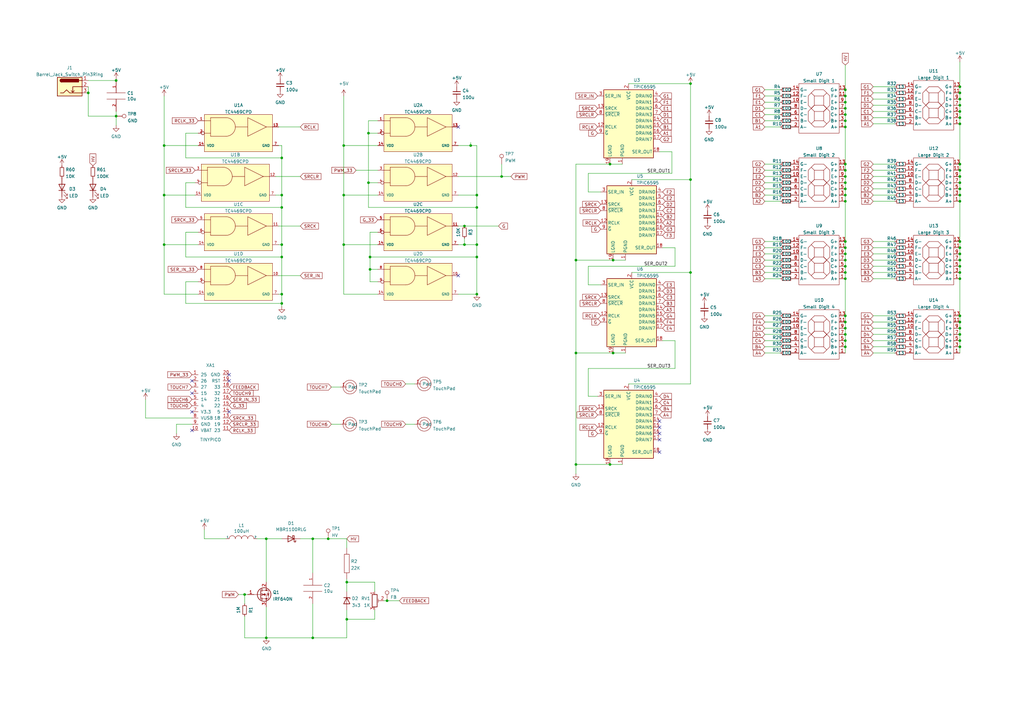
<source format=kicad_sch>
(kicad_sch (version 20211123) (generator eeschema)
  (paper "A3")
  (junction (at 346.71 77.47))
  (junction (at 346.71 52.07))
  (junction (at 195.58 80.01))
  (junction (at 346.71 82.55))
  (junction (at 393.7 48.26))
  (junction (at 47.625 47.625))
  (junction (at 193.04 59.69))
  (junction (at 393.7 50.8))
  (junction (at 109.22 261.62))
  (junction (at 115.57 124.46))
  (junction (at 346.71 46.99))
  (junction (at 236.22 144.78))
  (junction (at 393.7 129.54))
  (junction (at 346.71 36.83))
  (junction (at 393.7 77.47))
  (junction (at 346.71 106.68))
  (junction (at 283.21 73.66))
  (junction (at 283.21 34.29))
  (junction (at 393.7 104.14))
  (junction (at 115.57 85.09))
  (junction (at 393.7 82.55))
  (junction (at 393.7 132.08))
  (junction (at 190.5 92.71))
  (junction (at 236.22 106.68))
  (junction (at 140.97 100.33))
  (junction (at 346.71 80.01))
  (junction (at 47.625 33.02))
  (junction (at 393.7 111.76))
  (junction (at 346.71 111.76))
  (junction (at 393.7 43.18))
  (junction (at 346.71 44.45))
  (junction (at 36.195 38.1))
  (junction (at 393.7 142.24))
  (junction (at 346.71 129.54))
  (junction (at 393.7 38.1))
  (junction (at 115.57 100.33))
  (junction (at 393.7 74.93))
  (junction (at 134.62 220.98))
  (junction (at 393.7 35.56))
  (junction (at 67.31 59.69))
  (junction (at 346.71 114.3))
  (junction (at 195.58 105.41))
  (junction (at 283.21 111.76))
  (junction (at 346.71 67.31))
  (junction (at 393.7 40.64))
  (junction (at 115.57 120.65))
  (junction (at 346.71 99.06))
  (junction (at 195.58 85.09))
  (junction (at 142.24 254))
  (junction (at 346.71 101.6))
  (junction (at 158.75 246.38))
  (junction (at 346.71 39.37))
  (junction (at 67.31 100.33))
  (junction (at 236.22 190.5))
  (junction (at 251.46 106.68))
  (junction (at 393.7 134.62))
  (junction (at 346.71 104.14))
  (junction (at 250.19 67.31))
  (junction (at 393.7 109.22))
  (junction (at 100.33 243.84))
  (junction (at 195.58 120.65))
  (junction (at 346.71 109.22))
  (junction (at 393.7 137.16))
  (junction (at 346.71 132.08))
  (junction (at 393.7 139.7))
  (junction (at 393.7 72.39))
  (junction (at 140.97 59.69))
  (junction (at 195.58 100.33))
  (junction (at 393.7 114.3))
  (junction (at 115.57 80.01))
  (junction (at 151.13 74.93))
  (junction (at 251.46 144.78))
  (junction (at 393.7 69.85))
  (junction (at 346.71 142.24))
  (junction (at 109.22 220.98))
  (junction (at 393.7 106.68))
  (junction (at 346.71 139.7))
  (junction (at 393.7 99.06))
  (junction (at 115.57 105.41))
  (junction (at 393.7 45.72))
  (junction (at 142.24 238.76))
  (junction (at 346.71 72.39))
  (junction (at 151.13 54.61))
  (junction (at 190.5 100.33))
  (junction (at 346.71 41.91))
  (junction (at 140.97 80.01))
  (junction (at 151.765 105.41))
  (junction (at 250.19 190.5))
  (junction (at 346.71 49.53))
  (junction (at 128.27 261.62))
  (junction (at 346.71 134.62))
  (junction (at 393.7 101.6))
  (junction (at 128.27 220.98))
  (junction (at 346.71 137.16))
  (junction (at 346.71 69.85))
  (junction (at 346.71 74.93))
  (junction (at 67.31 80.01))
  (junction (at 151.765 110.49))
  (junction (at 115.57 64.77))
  (junction (at 393.7 67.31))
  (junction (at 393.7 80.01))
  (junction (at 205.74 72.39))
  (no_connect (at 78.74 168.91))
  (no_connect (at 187.96 113.03))
  (no_connect (at 187.96 52.07))
  (no_connect (at 78.74 161.29))
  (no_connect (at 78.74 176.53))
  (no_connect (at 78.74 156.21))
  (no_connect (at 93.98 168.91))
  (no_connect (at 93.98 156.21))
  (no_connect (at 93.98 153.67))
  (no_connect (at 270.51 172.72))
  (no_connect (at 270.51 175.26))
  (no_connect (at 270.51 185.42))
  (no_connect (at 270.51 177.8))
  (no_connect (at 270.51 180.34))
  (wire (pts (xy 393.7 109.22) (xy 393.7 111.76)))
  (wire (pts (xy 140.97 120.65) (xy 140.97 100.33)))
  (wire (pts (xy 76.2 115.57) (xy 76.2 124.46)))
  (wire (pts (xy 346.71 109.22) (xy 346.71 111.76)))
  (wire (pts (xy 313.69 80.01) (xy 320.04 80.01)))
  (wire (pts (xy 358.14 74.93) (xy 367.03 74.93)))
  (wire (pts (xy 59.69 171.45) (xy 59.69 163.83)))
  (wire (pts (xy 36.195 38.1) (xy 36.195 47.625)))
  (wire (pts (xy 346.71 72.39) (xy 346.71 74.93)))
  (wire (pts (xy 393.7 74.93) (xy 393.7 77.47)))
  (wire (pts (xy 154.94 100.33) (xy 140.97 100.33)))
  (wire (pts (xy 76.2 74.93) (xy 76.2 85.09)))
  (wire (pts (xy 393.7 67.31) (xy 393.7 69.85)))
  (wire (pts (xy 251.46 144.78) (xy 236.22 144.78)))
  (wire (pts (xy 346.71 111.76) (xy 346.71 114.3)))
  (wire (pts (xy 313.69 44.45) (xy 320.04 44.45)))
  (wire (pts (xy 154.94 120.65) (xy 140.97 120.65)))
  (wire (pts (xy 346.71 39.37) (xy 346.71 41.91)))
  (wire (pts (xy 346.71 26.67) (xy 346.71 36.83)))
  (wire (pts (xy 153.67 254) (xy 142.24 254)))
  (wire (pts (xy 59.69 171.45) (xy 78.74 171.45)))
  (wire (pts (xy 190.5 97.79) (xy 190.5 100.33)))
  (wire (pts (xy 257.81 157.48) (xy 283.21 157.48)))
  (wire (pts (xy 313.69 49.53) (xy 320.04 49.53)))
  (wire (pts (xy 358.14 132.08) (xy 367.03 132.08)))
  (wire (pts (xy 358.14 77.47) (xy 367.03 77.47)))
  (wire (pts (xy 346.71 36.83) (xy 346.71 39.37)))
  (wire (pts (xy 115.57 64.77) (xy 115.57 80.01)))
  (wire (pts (xy 393.7 101.6) (xy 393.7 104.14)))
  (wire (pts (xy 142.24 254) (xy 142.24 261.62)))
  (wire (pts (xy 166.37 157.48) (xy 170.18 157.48)))
  (wire (pts (xy 114.3 113.03) (xy 123.19 113.03)))
  (wire (pts (xy 358.14 144.78) (xy 367.03 144.78)))
  (wire (pts (xy 195.58 85.09) (xy 195.58 100.33)))
  (wire (pts (xy 153.67 242.57) (xy 153.67 238.76)))
  (wire (pts (xy 358.14 38.1) (xy 367.03 38.1)))
  (wire (pts (xy 358.14 104.14) (xy 367.03 104.14)))
  (wire (pts (xy 128.27 220.98) (xy 128.27 234.95)))
  (wire (pts (xy 81.28 120.65) (xy 67.31 120.65)))
  (wire (pts (xy 115.57 100.33) (xy 115.57 105.41)))
  (wire (pts (xy 346.71 46.99) (xy 346.71 49.53)))
  (wire (pts (xy 76.2 74.93) (xy 80.01 74.93)))
  (wire (pts (xy 153.67 238.76) (xy 142.24 238.76)))
  (wire (pts (xy 83.82 220.98) (xy 92.71 220.98)))
  (wire (pts (xy 313.69 82.55) (xy 320.04 82.55)))
  (wire (pts (xy 313.69 139.7) (xy 320.04 139.7)))
  (wire (pts (xy 346.71 139.7) (xy 346.71 142.24)))
  (wire (pts (xy 195.58 120.65) (xy 187.96 120.65)))
  (wire (pts (xy 346.71 52.07) (xy 346.71 67.31)))
  (wire (pts (xy 151.765 95.25) (xy 151.765 105.41)))
  (wire (pts (xy 81.28 115.57) (xy 76.2 115.57)))
  (wire (pts (xy 76.2 85.09) (xy 115.57 85.09)))
  (wire (pts (xy 251.46 106.68) (xy 256.54 106.68)))
  (wire (pts (xy 109.22 220.98) (xy 115.57 220.98)))
  (wire (pts (xy 358.14 106.68) (xy 367.03 106.68)))
  (wire (pts (xy 313.69 106.68) (xy 320.04 106.68)))
  (wire (pts (xy 109.22 248.92) (xy 109.22 261.62)))
  (wire (pts (xy 346.71 99.06) (xy 346.71 101.6)))
  (wire (pts (xy 393.7 40.64) (xy 393.7 43.18)))
  (wire (pts (xy 313.69 41.91) (xy 320.04 41.91)))
  (wire (pts (xy 187.96 59.69) (xy 193.04 59.69)))
  (wire (pts (xy 313.69 101.6) (xy 320.04 101.6)))
  (wire (pts (xy 81.28 54.61) (xy 76.2 54.61)))
  (wire (pts (xy 76.2 124.46) (xy 115.57 124.46)))
  (wire (pts (xy 358.14 101.6) (xy 367.03 101.6)))
  (wire (pts (xy 135.89 158.75) (xy 139.7 158.75)))
  (wire (pts (xy 100.33 252.73) (xy 100.33 261.62)))
  (wire (pts (xy 393.7 99.06) (xy 393.7 101.6)))
  (wire (pts (xy 241.3 71.12) (xy 241.3 78.74)))
  (wire (pts (xy 393.7 134.62) (xy 393.7 137.16)))
  (wire (pts (xy 271.78 139.7) (xy 276.86 139.7)))
  (wire (pts (xy 358.14 99.06) (xy 367.03 99.06)))
  (wire (pts (xy 140.97 59.69) (xy 154.94 59.69)))
  (wire (pts (xy 275.59 71.12) (xy 241.3 71.12)))
  (wire (pts (xy 151.765 105.41) (xy 151.765 110.49)))
  (wire (pts (xy 76.2 54.61) (xy 76.2 64.77)))
  (wire (pts (xy 313.69 77.47) (xy 320.04 77.47)))
  (wire (pts (xy 36.195 35.56) (xy 36.195 38.1)))
  (wire (pts (xy 205.74 72.39) (xy 209.55 72.39)))
  (wire (pts (xy 146.05 69.85) (xy 154.94 69.85)))
  (wire (pts (xy 346.71 114.3) (xy 346.71 129.54)))
  (wire (pts (xy 151.765 115.57) (xy 154.94 115.57)))
  (wire (pts (xy 313.69 39.37) (xy 320.04 39.37)))
  (wire (pts (xy 72.39 173.99) (xy 72.39 177.8)))
  (wire (pts (xy 241.3 116.84) (xy 246.38 116.84)))
  (wire (pts (xy 313.69 46.99) (xy 320.04 46.99)))
  (wire (pts (xy 67.31 59.69) (xy 67.31 80.01)))
  (wire (pts (xy 81.28 59.69) (xy 67.31 59.69)))
  (wire (pts (xy 346.71 74.93) (xy 346.71 77.47)))
  (wire (pts (xy 47.625 33.02) (xy 47.625 32.385)))
  (wire (pts (xy 115.57 120.65) (xy 115.57 124.46)))
  (wire (pts (xy 313.69 134.62) (xy 320.04 134.62)))
  (wire (pts (xy 193.04 58.42) (xy 193.04 59.69)))
  (wire (pts (xy 393.7 25.4) (xy 393.7 35.56)))
  (wire (pts (xy 257.81 34.29) (xy 283.21 34.29)))
  (wire (pts (xy 151.13 85.09) (xy 195.58 85.09)))
  (wire (pts (xy 393.7 82.55) (xy 393.7 99.06)))
  (wire (pts (xy 142.24 237.49) (xy 142.24 238.76)))
  (wire (pts (xy 346.71 132.08) (xy 346.71 134.62)))
  (wire (pts (xy 313.69 137.16) (xy 320.04 137.16)))
  (wire (pts (xy 81.28 100.33) (xy 67.31 100.33)))
  (wire (pts (xy 153.67 250.19) (xy 153.67 254)))
  (wire (pts (xy 76.2 105.41) (xy 115.57 105.41)))
  (wire (pts (xy 283.21 111.76) (xy 283.21 73.66)))
  (wire (pts (xy 313.69 69.85) (xy 320.04 69.85)))
  (wire (pts (xy 109.22 261.62) (xy 128.27 261.62)))
  (wire (pts (xy 393.7 142.24) (xy 393.7 144.78)))
  (wire (pts (xy 313.69 132.08) (xy 320.04 132.08)))
  (wire (pts (xy 140.97 80.01) (xy 140.97 59.69)))
  (wire (pts (xy 358.14 139.7) (xy 367.03 139.7)))
  (wire (pts (xy 205.74 67.31) (xy 205.74 72.39)))
  (wire (pts (xy 187.96 72.39) (xy 205.74 72.39)))
  (wire (pts (xy 358.14 142.24) (xy 367.03 142.24)))
  (wire (pts (xy 114.3 120.65) (xy 115.57 120.65)))
  (wire (pts (xy 393.7 80.01) (xy 393.7 82.55)))
  (wire (pts (xy 251.46 106.68) (xy 236.22 106.68)))
  (wire (pts (xy 236.22 67.31) (xy 236.22 106.68)))
  (wire (pts (xy 283.21 157.48) (xy 283.21 111.76)))
  (wire (pts (xy 115.57 80.01) (xy 115.57 85.09)))
  (wire (pts (xy 393.7 50.8) (xy 393.7 67.31)))
  (wire (pts (xy 241.3 151.13) (xy 241.3 162.56)))
  (wire (pts (xy 393.7 129.54) (xy 393.7 132.08)))
  (wire (pts (xy 313.69 74.93) (xy 320.04 74.93)))
  (wire (pts (xy 67.31 39.37) (xy 67.31 59.69)))
  (wire (pts (xy 241.3 78.74) (xy 246.38 78.74)))
  (wire (pts (xy 142.24 238.76) (xy 142.24 242.57)))
  (wire (pts (xy 241.3 109.22) (xy 241.3 116.84)))
  (wire (pts (xy 276.86 101.6) (xy 276.86 109.22)))
  (wire (pts (xy 47.625 45.72) (xy 47.625 47.625)))
  (wire (pts (xy 393.7 72.39) (xy 393.7 74.93)))
  (wire (pts (xy 193.04 59.69) (xy 195.58 59.69)))
  (wire (pts (xy 114.3 100.33) (xy 115.57 100.33)))
  (wire (pts (xy 346.71 106.68) (xy 346.71 109.22)))
  (wire (pts (xy 393.7 104.14) (xy 393.7 106.68)))
  (wire (pts (xy 195.58 80.01) (xy 195.58 85.09)))
  (wire (pts (xy 358.14 69.85) (xy 367.03 69.85)))
  (wire (pts (xy 358.14 48.26) (xy 367.03 48.26)))
  (wire (pts (xy 393.7 35.56) (xy 393.7 38.1)))
  (wire (pts (xy 276.86 139.7) (xy 276.86 151.13)))
  (wire (pts (xy 346.71 80.01) (xy 346.71 82.55)))
  (wire (pts (xy 276.86 109.22) (xy 241.3 109.22)))
  (wire (pts (xy 313.69 142.24) (xy 320.04 142.24)))
  (wire (pts (xy 142.24 220.98) (xy 134.62 220.98)))
  (wire (pts (xy 393.7 114.3) (xy 393.7 129.54)))
  (wire (pts (xy 76.2 95.25) (xy 76.2 105.41)))
  (wire (pts (xy 393.7 132.08) (xy 393.7 134.62)))
  (wire (pts (xy 250.19 67.31) (xy 255.27 67.31)))
  (wire (pts (xy 358.14 134.62) (xy 367.03 134.62)))
  (wire (pts (xy 128.27 261.62) (xy 142.24 261.62)))
  (wire (pts (xy 236.22 144.78) (xy 236.22 190.5)))
  (wire (pts (xy 151.765 110.49) (xy 154.94 110.49)))
  (wire (pts (xy 190.5 100.33) (xy 195.58 100.33)))
  (wire (pts (xy 195.58 59.69) (xy 195.58 80.01)))
  (wire (pts (xy 346.71 67.31) (xy 346.71 69.85)))
  (wire (pts (xy 67.31 120.65) (xy 67.31 100.33)))
  (wire (pts (xy 115.57 105.41) (xy 115.57 120.65)))
  (wire (pts (xy 313.69 144.78) (xy 320.04 144.78)))
  (wire (pts (xy 195.58 100.33) (xy 195.58 105.41)))
  (wire (pts (xy 393.7 43.18) (xy 393.7 45.72)))
  (wire (pts (xy 154.94 74.93) (xy 151.13 74.93)))
  (wire (pts (xy 236.22 190.5) (xy 250.19 190.5)))
  (wire (pts (xy 151.765 110.49) (xy 151.765 115.57)))
  (wire (pts (xy 358.14 72.39) (xy 367.03 72.39)))
  (wire (pts (xy 393.7 45.72) (xy 393.7 48.26)))
  (wire (pts (xy 114.3 59.69) (xy 115.57 59.69)))
  (wire (pts (xy 100.33 243.84) (xy 100.33 247.65)))
  (wire (pts (xy 270.51 62.23) (xy 275.59 62.23)))
  (wire (pts (xy 259.08 111.76) (xy 283.21 111.76)))
  (wire (pts (xy 358.14 114.3) (xy 367.03 114.3)))
  (wire (pts (xy 346.71 101.6) (xy 346.71 104.14)))
  (wire (pts (xy 36.195 33.02) (xy 47.625 33.02)))
  (wire (pts (xy 313.69 67.31) (xy 320.04 67.31)))
  (wire (pts (xy 114.3 52.07) (xy 123.19 52.07)))
  (wire (pts (xy 393.7 48.26) (xy 393.7 50.8)))
  (wire (pts (xy 109.22 220.98) (xy 109.22 238.76)))
  (wire (pts (xy 100.33 261.62) (xy 109.22 261.62)))
  (wire (pts (xy 393.7 111.76) (xy 393.7 114.3)))
  (wire (pts (xy 358.14 137.16) (xy 367.03 137.16)))
  (wire (pts (xy 83.82 217.17) (xy 83.82 220.98)))
  (wire (pts (xy 154.94 54.61) (xy 151.13 54.61)))
  (wire (pts (xy 97.79 243.84) (xy 100.33 243.84)))
  (wire (pts (xy 313.69 52.07) (xy 320.04 52.07)))
  (wire (pts (xy 135.89 173.99) (xy 139.7 173.99)))
  (wire (pts (xy 313.69 72.39) (xy 320.04 72.39)))
  (wire (pts (xy 154.94 49.53) (xy 151.13 49.53)))
  (wire (pts (xy 358.14 50.8) (xy 367.03 50.8)))
  (wire (pts (xy 346.71 129.54) (xy 346.71 132.08)))
  (wire (pts (xy 393.7 137.16) (xy 393.7 139.7)))
  (wire (pts (xy 190.5 92.71) (xy 204.47 92.71)))
  (wire (pts (xy 251.46 144.78) (xy 256.54 144.78)))
  (wire (pts (xy 151.13 54.61) (xy 151.13 74.93)))
  (wire (pts (xy 346.71 77.47) (xy 346.71 80.01)))
  (wire (pts (xy 76.2 64.77) (xy 115.57 64.77)))
  (wire (pts (xy 313.69 129.54) (xy 320.04 129.54)))
  (wire (pts (xy 113.03 72.39) (xy 123.19 72.39)))
  (wire (pts (xy 358.14 129.54) (xy 367.03 129.54)))
  (wire (pts (xy 187.96 80.01) (xy 195.58 80.01)))
  (wire (pts (xy 115.57 124.46) (xy 115.57 125.73)))
  (wire (pts (xy 128.27 247.65) (xy 128.27 261.62)))
  (wire (pts (xy 358.14 43.18) (xy 367.03 43.18)))
  (wire (pts (xy 151.13 49.53) (xy 151.13 54.61)))
  (wire (pts (xy 250.19 67.31) (xy 236.22 67.31)))
  (wire (pts (xy 166.37 173.99) (xy 170.18 173.99)))
  (wire (pts (xy 250.19 190.5) (xy 255.27 190.5)))
  (wire (pts (xy 393.7 38.1) (xy 393.7 40.64)))
  (wire (pts (xy 271.78 101.6) (xy 276.86 101.6)))
  (wire (pts (xy 115.57 59.69) (xy 115.57 64.77)))
  (wire (pts (xy 313.69 109.22) (xy 320.04 109.22)))
  (wire (pts (xy 36.195 47.625) (xy 47.625 47.625)))
  (wire (pts (xy 346.71 82.55) (xy 346.71 99.06)))
  (wire (pts (xy 313.69 104.14) (xy 320.04 104.14)))
  (wire (pts (xy 158.75 246.38) (xy 163.83 246.38)))
  (wire (pts (xy 113.03 80.01) (xy 115.57 80.01)))
  (wire (pts (xy 393.7 139.7) (xy 393.7 142.24)))
  (wire (pts (xy 346.71 49.53) (xy 346.71 52.07)))
  (wire (pts (xy 134.62 220.98) (xy 128.27 220.98)))
  (wire (pts (xy 78.74 173.99) (xy 72.39 173.99)))
  (wire (pts (xy 393.7 69.85) (xy 393.7 72.39)))
  (wire (pts (xy 140.97 100.33) (xy 140.97 80.01)))
  (wire (pts (xy 346.71 142.24) (xy 346.71 144.78)))
  (wire (pts (xy 346.71 44.45) (xy 346.71 46.99)))
  (wire (pts (xy 358.14 111.76) (xy 367.03 111.76)))
  (wire (pts (xy 157.48 246.38) (xy 158.75 246.38)))
  (wire (pts (xy 195.58 105.41) (xy 195.58 120.65)))
  (wire (pts (xy 187.96 100.33) (xy 190.5 100.33)))
  (wire (pts (xy 67.31 80.01) (xy 80.01 80.01)))
  (wire (pts (xy 236.22 106.68) (xy 236.22 144.78)))
  (wire (pts (xy 123.19 220.98) (xy 128.27 220.98)))
  (wire (pts (xy 358.14 67.31) (xy 367.03 67.31)))
  (wire (pts (xy 313.69 99.06) (xy 320.04 99.06)))
  (wire (pts (xy 187.96 92.71) (xy 190.5 92.71)))
  (wire (pts (xy 346.71 41.91) (xy 346.71 44.45)))
  (wire (pts (xy 393.7 106.68) (xy 393.7 109.22)))
  (wire (pts (xy 259.08 73.66) (xy 283.21 73.66)))
  (wire (pts (xy 154.94 80.01) (xy 140.97 80.01)))
  (wire (pts (xy 276.86 151.13) (xy 241.3 151.13)))
  (wire (pts (xy 358.14 35.56) (xy 367.03 35.56)))
  (wire (pts (xy 142.24 220.98) (xy 142.24 224.79)))
  (wire (pts (xy 346.71 69.85) (xy 346.71 72.39)))
  (wire (pts (xy 140.97 59.69) (xy 140.97 39.37)))
  (wire (pts (xy 358.14 40.64) (xy 367.03 40.64)))
  (wire (pts (xy 151.765 105.41) (xy 195.58 105.41)))
  (wire (pts (xy 346.71 134.62) (xy 346.71 137.16)))
  (wire (pts (xy 81.28 95.25) (xy 76.2 95.25)))
  (wire (pts (xy 100.33 243.84) (xy 101.6 243.84)))
  (wire (pts (xy 313.69 36.83) (xy 320.04 36.83)))
  (wire (pts (xy 47.625 47.625) (xy 47.625 51.435)))
  (wire (pts (xy 105.41 220.98) (xy 109.22 220.98)))
  (wire (pts (xy 358.14 82.55) (xy 367.03 82.55)))
  (wire (pts (xy 236.22 194.31) (xy 236.22 190.5)))
  (wire (pts (xy 313.69 114.3) (xy 320.04 114.3)))
  (wire (pts (xy 67.31 80.01) (xy 67.31 100.33)))
  (wire (pts (xy 346.71 137.16) (xy 346.71 139.7)))
  (wire (pts (xy 151.765 95.25) (xy 154.94 95.25)))
  (wire (pts (xy 275.59 62.23) (xy 275.59 71.12)))
  (wire (pts (xy 393.7 77.47) (xy 393.7 80.01)))
  (wire (pts (xy 358.14 109.22) (xy 367.03 109.22)))
  (wire (pts (xy 313.69 111.76) (xy 320.04 111.76)))
  (wire (pts (xy 115.57 85.09) (xy 115.57 100.33)))
  (wire (pts (xy 142.24 250.19) (xy 142.24 254)))
  (wire (pts (xy 358.14 45.72) (xy 367.03 45.72)))
  (wire (pts (xy 358.14 80.01) (xy 367.03 80.01)))
  (wire (pts (xy 346.71 104.14) (xy 346.71 106.68)))
  (wire (pts (xy 283.21 73.66) (xy 283.21 34.29)))
  (wire (pts (xy 114.3 92.71) (xy 123.19 92.71)))
  (wire (pts (xy 151.13 74.93) (xy 151.13 85.09)))
  (wire (pts (xy 241.3 162.56) (xy 245.11 162.56)))
  (label "SER_OUT1" (at 265.43 71.12 0))
  (label "SER_OUT3" (at 265.43 151.13 0))
  (label "SER_OUT2" (at 264.16 109.22 0))
  (global_label "A1" (shape input) (at 270.51 54.61 0) (property "Intersheet References" "${INTERSHEET_REFS}" (effects hide)))
  (global_label "RCLK_33" (shape input) (at 81.28 49.53 180) (property "Intersheet References" "${INTERSHEET_REFS}" (effects hide)))
  (global_label "E3" (shape input) (at 358.14 104.14 180) (property "Intersheet References" "${INTERSHEET_REFS}" (effects hide)))
  (global_label "HV" (shape input) (at 38.1 67.945 90) (property "Intersheet References" "${INTERSHEET_REFS}" (effects hide)))
  (global_label "SRCK" (shape input) (at 246.38 83.82 180) (property "Intersheet References" "${INTERSHEET_REFS}" (effects hide)))
  (global_label "B2" (shape input) (at 358.14 80.01 180) (property "Intersheet References" "${INTERSHEET_REFS}" (effects hide)))
  (global_label "SRCLR" (shape input) (at 123.19 72.39 0) (property "Intersheet References" "${INTERSHEET_REFS}" (effects hide)))
  (global_label "G4" (shape input) (at 358.14 129.54 180) (property "Intersheet References" "${INTERSHEET_REFS}" (effects hide)))
  (global_label "A3" (shape input) (at 358.14 114.3 180) (property "Intersheet References" "${INTERSHEET_REFS}" (effects hide)))
  (global_label "G" (shape input) (at 245.11 54.61 180) (property "Intersheet References" "${INTERSHEET_REFS}" (effects hide)))
  (global_label "A3" (shape input) (at 271.78 127 0) (property "Intersheet References" "${INTERSHEET_REFS}" (effects hide)))
  (global_label "B2" (shape input) (at 313.69 80.01 180) (property "Intersheet References" "${INTERSHEET_REFS}" (effects hide)))
  (global_label "C3" (shape input) (at 271.78 121.92 0) (property "Intersheet References" "${INTERSHEET_REFS}" (effects hide)))
  (global_label "E1" (shape input) (at 313.69 41.91 180) (property "Intersheet References" "${INTERSHEET_REFS}" (effects hide)))
  (global_label "C4" (shape input) (at 358.14 139.7 180) (property "Intersheet References" "${INTERSHEET_REFS}" (effects hide)))
  (global_label "F2" (shape input) (at 271.78 78.74 0) (property "Intersheet References" "${INTERSHEET_REFS}" (effects hide)))
  (global_label "B4" (shape input) (at 358.14 142.24 180) (property "Intersheet References" "${INTERSHEET_REFS}" (effects hide)))
  (global_label "RCLK" (shape input) (at 246.38 129.54 180) (property "Intersheet References" "${INTERSHEET_REFS}" (effects hide)))
  (global_label "F1" (shape input) (at 358.14 38.1 180) (property "Intersheet References" "${INTERSHEET_REFS}" (effects hide)))
  (global_label "D1" (shape input) (at 358.14 43.18 180) (property "Intersheet References" "${INTERSHEET_REFS}" (effects hide)))
  (global_label "E3" (shape input) (at 313.69 104.14 180) (property "Intersheet References" "${INTERSHEET_REFS}" (effects hide)))
  (global_label "E4" (shape input) (at 358.14 134.62 180) (property "Intersheet References" "${INTERSHEET_REFS}" (effects hide)))
  (global_label "E1" (shape input) (at 358.14 40.64 180) (property "Intersheet References" "${INTERSHEET_REFS}" (effects hide)))
  (global_label "G3" (shape input) (at 313.69 99.06 180) (property "Intersheet References" "${INTERSHEET_REFS}" (effects hide)))
  (global_label "TOUCH7" (shape input) (at 78.74 158.75 180) (property "Intersheet References" "${INTERSHEET_REFS}" (effects hide)))
  (global_label "SER_IN_33" (shape input) (at 93.98 163.83 0) (property "Intersheet References" "${INTERSHEET_REFS}" (effects hide)))
  (global_label "G" (shape input) (at 245.11 177.8 180) (property "Intersheet References" "${INTERSHEET_REFS}" (effects hide)))
  (global_label "SRCK_33" (shape input) (at 93.98 171.45 0) (property "Intersheet References" "${INTERSHEET_REFS}" (effects hide)))
  (global_label "C1" (shape input) (at 270.51 49.53 0) (property "Intersheet References" "${INTERSHEET_REFS}" (effects hide)))
  (global_label "G_33" (shape input) (at 93.98 166.37 0) (property "Intersheet References" "${INTERSHEET_REFS}" (effects hide)))
  (global_label "SRCLR" (shape input) (at 246.38 86.36 180) (property "Intersheet References" "${INTERSHEET_REFS}" (effects hide)))
  (global_label "A2" (shape input) (at 313.69 82.55 180) (property "Intersheet References" "${INTERSHEET_REFS}" (effects hide)))
  (global_label "A2" (shape input) (at 358.14 82.55 180) (property "Intersheet References" "${INTERSHEET_REFS}" (effects hide)))
  (global_label "E1" (shape input) (at 270.51 44.45 0) (property "Intersheet References" "${INTERSHEET_REFS}" (effects hide)))
  (global_label "C4" (shape input) (at 313.69 139.7 180) (property "Intersheet References" "${INTERSHEET_REFS}" (effects hide)))
  (global_label "C3" (shape input) (at 313.69 109.22 180) (property "Intersheet References" "${INTERSHEET_REFS}" (effects hide)))
  (global_label "F3" (shape input) (at 271.78 96.52 0) (property "Intersheet References" "${INTERSHEET_REFS}" (effects hide)))
  (global_label "RCLK" (shape input) (at 123.19 52.07 0) (property "Intersheet References" "${INTERSHEET_REFS}" (effects hide)))
  (global_label "D2" (shape input) (at 358.14 74.93 180) (property "Intersheet References" "${INTERSHEET_REFS}" (effects hide)))
  (global_label "B3" (shape input) (at 271.78 124.46 0) (property "Intersheet References" "${INTERSHEET_REFS}" (effects hide)))
  (global_label "E2" (shape input) (at 271.78 81.28 0) (property "Intersheet References" "${INTERSHEET_REFS}" (effects hide)))
  (global_label "E2" (shape input) (at 313.69 72.39 180) (property "Intersheet References" "${INTERSHEET_REFS}" (effects hide)))
  (global_label "PWM" (shape input) (at 209.55 72.39 0) (property "Intersheet References" "${INTERSHEET_REFS}" (effects hide)))
  (global_label "B4" (shape input) (at 313.69 142.24 180) (property "Intersheet References" "${INTERSHEET_REFS}" (effects hide)))
  (global_label "E2" (shape input) (at 358.14 72.39 180) (property "Intersheet References" "${INTERSHEET_REFS}" (effects hide)))
  (global_label "F2" (shape input) (at 358.14 69.85 180) (property "Intersheet References" "${INTERSHEET_REFS}" (effects hide)))
  (global_label "F1" (shape input) (at 313.69 39.37 180) (property "Intersheet References" "${INTERSHEET_REFS}" (effects hide)))
  (global_label "C3" (shape input) (at 358.14 109.22 180) (property "Intersheet References" "${INTERSHEET_REFS}" (effects hide)))
  (global_label "B2" (shape input) (at 271.78 88.9 0) (property "Intersheet References" "${INTERSHEET_REFS}" (effects hide)))
  (global_label "G4" (shape input) (at 313.69 129.54 180) (property "Intersheet References" "${INTERSHEET_REFS}" (effects hide)))
  (global_label "SRCK_33" (shape input) (at 81.28 90.17 180) (property "Intersheet References" "${INTERSHEET_REFS}" (effects hide)))
  (global_label "SRCLR_33" (shape input) (at 80.01 69.85 180) (property "Intersheet References" "${INTERSHEET_REFS}" (effects hide)))
  (global_label "SRCLR" (shape input) (at 246.38 124.46 180) (property "Intersheet References" "${INTERSHEET_REFS}" (effects hide)))
  (global_label "G1" (shape input) (at 358.14 35.56 180) (property "Intersheet References" "${INTERSHEET_REFS}" (effects hide)))
  (global_label "RCLK_33" (shape input) (at 93.98 176.53 0) (property "Intersheet References" "${INTERSHEET_REFS}" (effects hide)))
  (global_label "D3" (shape input) (at 313.69 106.68 180) (property "Intersheet References" "${INTERSHEET_REFS}" (effects hide)))
  (global_label "G1" (shape input) (at 270.51 39.37 0) (property "Intersheet References" "${INTERSHEET_REFS}" (effects hide)))
  (global_label "D4" (shape input) (at 313.69 137.16 180) (property "Intersheet References" "${INTERSHEET_REFS}" (effects hide)))
  (global_label "C2" (shape input) (at 313.69 77.47 180) (property "Intersheet References" "${INTERSHEET_REFS}" (effects hide)))
  (global_label "G2" (shape input) (at 270.51 57.15 0) (property "Intersheet References" "${INTERSHEET_REFS}" (effects hide)))
  (global_label "B3" (shape input) (at 358.14 111.76 180) (property "Intersheet References" "${INTERSHEET_REFS}" (effects hide)))
  (global_label "A4" (shape input) (at 270.51 170.18 0) (property "Intersheet References" "${INTERSHEET_REFS}" (effects hide)))
  (global_label "G" (shape input) (at 204.47 92.71 0) (property "Intersheet References" "${INTERSHEET_REFS}" (effects hide)))
  (global_label "B4" (shape input) (at 270.51 167.64 0) (property "Intersheet References" "${INTERSHEET_REFS}" (effects hide)))
  (global_label "D1" (shape input) (at 270.51 46.99 0) (property "Intersheet References" "${INTERSHEET_REFS}" (effects hide)))
  (global_label "TOUCH9" (shape input) (at 166.37 173.99 180) (property "Intersheet References" "${INTERSHEET_REFS}" (effects hide)))
  (global_label "FEEDBACK" (shape input) (at 93.98 158.75 0) (property "Intersheet References" "${INTERSHEET_REFS}" (effects hide)))
  (global_label "C1" (shape input) (at 358.14 45.72 180) (property "Intersheet References" "${INTERSHEET_REFS}" (effects hide)))
  (global_label "C2" (shape input) (at 271.78 86.36 0) (property "Intersheet References" "${INTERSHEET_REFS}" (effects hide)))
  (global_label "D1" (shape input) (at 313.69 44.45 180) (property "Intersheet References" "${INTERSHEET_REFS}" (effects hide)))
  (global_label "SRCK" (shape input) (at 246.38 121.92 180) (property "Intersheet References" "${INTERSHEET_REFS}" (effects hide)))
  (global_label "A3" (shape input) (at 313.69 114.3 180) (property "Intersheet References" "${INTERSHEET_REFS}" (effects hide)))
  (global_label "A1" (shape input) (at 358.14 50.8 180) (property "Intersheet References" "${INTERSHEET_REFS}" (effects hide)))
  (global_label "G4" (shape input) (at 271.78 129.54 0) (property "Intersheet References" "${INTERSHEET_REFS}" (effects hide)))
  (global_label "D3" (shape input) (at 358.14 106.68 180) (property "Intersheet References" "${INTERSHEET_REFS}" (effects hide)))
  (global_label "G2" (shape input) (at 358.14 67.31 180) (property "Intersheet References" "${INTERSHEET_REFS}" (effects hide)))
  (global_label "F4" (shape input) (at 271.78 132.08 0) (property "Intersheet References" "${INTERSHEET_REFS}" (effects hide)))
  (global_label "B3" (shape input) (at 313.69 111.76 180) (property "Intersheet References" "${INTERSHEET_REFS}" (effects hide)))
  (global_label "F2" (shape input) (at 313.69 69.85 180) (property "Intersheet References" "${INTERSHEET_REFS}" (effects hide)))
  (global_label "C4" (shape input) (at 270.51 165.1 0) (property "Intersheet References" "${INTERSHEET_REFS}" (effects hide)))
  (global_label "D2" (shape input) (at 313.69 74.93 180) (property "Intersheet References" "${INTERSHEET_REFS}" (effects hide)))
  (global_label "D2" (shape input) (at 271.78 83.82 0) (property "Intersheet References" "${INTERSHEET_REFS}" (effects hide)))
  (global_label "TOUCH6" (shape input) (at 78.74 163.83 180) (property "Intersheet References" "${INTERSHEET_REFS}" (effects hide)))
  (global_label "PWM" (shape input) (at 97.79 243.84 180) (property "Intersheet References" "${INTERSHEET_REFS}" (effects hide)))
  (global_label "SRCLR" (shape input) (at 245.11 170.18 180) (property "Intersheet References" "${INTERSHEET_REFS}" (effects hide)))
  (global_label "C2" (shape input) (at 358.14 77.47 180) (property "Intersheet References" "${INTERSHEET_REFS}" (effects hide)))
  (global_label "A2" (shape input) (at 271.78 91.44 0) (property "Intersheet References" "${INTERSHEET_REFS}" (effects hide)))
  (global_label "RCLK" (shape input) (at 246.38 91.44 180) (property "Intersheet References" "${INTERSHEET_REFS}" (effects hide)))
  (global_label "A1" (shape input) (at 313.69 52.07 180) (property "Intersheet References" "${INTERSHEET_REFS}" (effects hide)))
  (global_label "FEEDBACK" (shape input) (at 163.83 246.38 0) (property "Intersheet References" "${INTERSHEET_REFS}" (effects hide)))
  (global_label "HV" (shape input) (at 346.71 26.67 90) (property "Intersheet References" "${INTERSHEET_REFS}" (effects hide)))
  (global_label "SER_IN" (shape input) (at 245.11 39.37 180) (property "Intersheet References" "${INTERSHEET_REFS}" (effects hide)))
  (global_label "G3" (shape input) (at 271.78 93.98 0) (property "Intersheet References" "${INTERSHEET_REFS}" (effects hide)))
  (global_label "E3" (shape input) (at 271.78 116.84 0) (property "Intersheet References" "${INTERSHEET_REFS}" (effects hide)))
  (global_label "D3" (shape input) (at 271.78 119.38 0) (property "Intersheet References" "${INTERSHEET_REFS}" (effects hide)))
  (global_label "D4" (shape input) (at 358.14 137.16 180) (property "Intersheet References" "${INTERSHEET_REFS}" (effects hide)))
  (global_label "E4" (shape input) (at 271.78 134.62 0) (property "Intersheet References" "${INTERSHEET_REFS}" (effects hide)))
  (global_label "G1" (shape input) (at 313.69 36.83 180) (property "Intersheet References" "${INTERSHEET_REFS}" (effects hide)))
  (global_label "TOUCH6" (shape input) (at 135.89 173.99 180) (property "Intersheet References" "${INTERSHEET_REFS}" (effects hide)))
  (global_label "B1" (shape input) (at 358.14 48.26 180) (property "Intersheet References" "${INTERSHEET_REFS}" (effects hide)))
  (global_label "RCLK" (shape input) (at 245.11 175.26 180) (property "Intersheet References" "${INTERSHEET_REFS}" (effects hide)))
  (global_label "HV" (shape input) (at 142.24 220.98 0) (property "Intersheet References" "${INTERSHEET_REFS}" (effects hide)))
  (global_label "TOUCH0" (shape input) (at 78.74 166.37 180) (property "Intersheet References" "${INTERSHEET_REFS}" (effects hide)))
  (global_label "D4" (shape input) (at 270.51 162.56 0) (property "Intersheet References" "${INTERSHEET_REFS}" (effects hide)))
  (global_label "G" (shape input) (at 246.38 93.98 180) (property "Intersheet References" "${INTERSHEET_REFS}" (effects hide)))
  (global_label "PWM_33" (shape input) (at 146.05 69.85 180) (property "Intersheet References" "${INTERSHEET_REFS}" (effects hide)))
  (global_label "PWM_33" (shape input) (at 78.74 153.67 180) (property "Intersheet References" "${INTERSHEET_REFS}" (effects hide)))
  (global_label "G_33" (shape input) (at 154.94 90.17 180) (property "Intersheet References" "${INTERSHEET_REFS}" (effects hide)))
  (global_label "F1" (shape input) (at 270.51 41.91 0) (property "Intersheet References" "${INTERSHEET_REFS}" (effects hide)))
  (global_label "A4" (shape input) (at 313.69 144.78 180) (property "Intersheet References" "${INTERSHEET_REFS}" (effects hide)))
  (global_label "SRCK" (shape input) (at 245.11 167.64 180) (property "Intersheet References" "${INTERSHEET_REFS}" (effects hide)))
  (global_label "A4" (shape input) (at 358.14 144.78 180) (property "Intersheet References" "${INTERSHEET_REFS}" (effects hide)))
  (global_label "E4" (shape input) (at 313.69 134.62 180) (property "Intersheet References" "${INTERSHEET_REFS}" (effects hide)))
  (global_label "G" (shape input) (at 246.38 132.08 180) (property "Intersheet References" "${INTERSHEET_REFS}" (effects hide)))
  (global_label "G2" (shape input) (at 313.69 67.31 180) (property "Intersheet References" "${INTERSHEET_REFS}" (effects hide)))
  (global_label "SRCK" (shape input) (at 123.19 92.71 0) (property "Intersheet References" "${INTERSHEET_REFS}" (effects hide)))
  (global_label "SER_IN" (shape input) (at 123.19 113.03 0) (property "Intersheet References" "${INTERSHEET_REFS}" (effects hide)))
  (global_label "B1" (shape input) (at 270.51 52.07 0) (property "Intersheet References" "${INTERSHEET_REFS}" (effects hide)))
  (global_label "B1" (shape input) (at 313.69 49.53 180) (property "Intersheet References" "${INTERSHEET_REFS}" (effects hide)))
  (global_label "SRCLR" (shape input) (at 245.11 46.99 180) (property "Intersheet References" "${INTERSHEET_REFS}" (effects hide)))
  (global_label "SRCK" (shape input) (at 245.11 44.45 180) (property "Intersheet References" "${INTERSHEET_REFS}" (effects hide)))
  (global_label "F4" (shape input) (at 313.69 132.08 180) (property "Intersheet References" "${INTERSHEET_REFS}" (effects hide)))
  (global_label "F4" (shape input) (at 358.14 132.08 180) (property "Intersheet References" "${INTERSHEET_REFS}" (effects hide)))
  (global_label "SER_IN_33" (shape input) (at 81.28 110.49 180) (property "Intersheet References" "${INTERSHEET_REFS}" (effects hide)))
  (global_label "F3" (shape input) (at 358.14 101.6 180) (property "Intersheet References" "${INTERSHEET_REFS}" (effects hide)))
  (global_label "TOUCH9" (shape input) (at 93.98 161.29 0) (property "Intersheet References" "${INTERSHEET_REFS}" (effects hide)))
  (global_label "TOUCH0" (shape input) (at 166.37 157.48 180) (property "Intersheet References" "${INTERSHEET_REFS}" (effects hide)))
  (global_label "RCLK" (shape input) (at 245.11 52.07 180) (property "Intersheet References" "${INTERSHEET_REFS}" (effects hide)))
  (global_label "G3" (shape input) (at 358.14 99.06 180) (property "Intersheet References" "${INTERSHEET_REFS}" (effects hide)))
  (global_label "TOUCH7" (shape input) (at 135.89 158.75 180) (property "Intersheet References" "${INTERSHEET_REFS}" (effects hide)))
  (global_label "C1" (shape input) (at 313.69 46.99 180) (property "Intersheet References" "${INTERSHEET_REFS}" (effects hide)))
  (global_label "SRCLR_33" (shape input) (at 93.98 173.99 0) (property "Intersheet References" "${INTERSHEET_REFS}" (effects hide)))
  (global_label "F3" (shape input) (at 313.69 101.6 180) (property "Intersheet References" "${INTERSHEET_REFS}" (effects hide)))
  (symbol (lib_id "Device:R_Small") (at 322.58 74.93 270) (unit 1)
    (property "Reference" "R14" (at 318.77 73.66 90))
    (property "Value" "100" (at 322.58 74.93 90))
    (property "Footprint" "Resistor_THT:R_Axial_DIN0207_L6.3mm_D2.5mm_P5.08mm_Vertical" (effects hide))
  )
  (symbol (lib_id "Device:R_Small") (at 322.58 139.7 270) (unit 1)
    (property "Reference" "R29" (at 318.77 138.43 90))
    (property "Value" "100" (at 322.58 139.7 90))
    (property "Footprint" "Resistor_THT:R_Axial_DIN0207_L6.3mm_D2.5mm_P5.08mm_Vertical" (effects hide))
  )
  (symbol (lib_id "LED_Filaments:Seven_Segment") (at 336.55 137.16 180) (unit 1) (in_bom no)
    (property "Reference" "U10" (at 335.915 123.0843 0))
    (property "Value" "Small Digit 4" (at 335.915 125.8594 0))
    (property "Footprint" "LED_Filaments:Segen_Segment_41mm" (effects hide))
  )
  (symbol (lib_id "Device:R_Small") (at 322.58 77.47 270) (unit 1)
    (property "Reference" "R15" (at 318.77 76.2 90))
    (property "Value" "100" (at 322.58 77.47 90))
    (property "Footprint" "Resistor_THT:R_Axial_DIN0207_L6.3mm_D2.5mm_P5.08mm_Vertical" (effects hide))
  )
  (symbol (lib_id "Device:R_Small") (at 322.58 39.37 270) (unit 1)
    (property "Reference" "R5" (at 318.77 38.1 90))
    (property "Value" "100" (at 322.58 39.37 90))
    (property "Footprint" "Resistor_THT:R_Axial_DIN0207_L6.3mm_D2.5mm_P5.08mm_Vertical" (effects hide))
  )
  (symbol (lib_id "power:+5V") (at 25.4 67.945 0) (unit 1)
    (property "Reference" "#PWR026" (effects hide))
    (property "Value" "+5V" (at 25.4 64.3405 0))
  )
  (symbol (lib_id "Device:R_Small") (at 369.57 109.22 270) (unit 1)
    (property "Reference" "R50" (at 365.76 107.95 90))
    (property "Value" "13" (at 369.57 109.22 90))
    (property "Footprint" "Resistor_THT:R_Axial_DIN0207_L6.3mm_D2.5mm_P5.08mm_Vertical" (effects hide))
  )
  (symbol (lib_id "Device:R_Small") (at 322.58 46.99 270) (unit 1)
    (property "Reference" "R8" (at 318.77 45.72 90))
    (property "Value" "100" (at 322.58 46.99 90))
    (property "Footprint" "Resistor_THT:R_Axial_DIN0207_L6.3mm_D2.5mm_P5.08mm_Vertical" (effects hide))
  )
  (symbol (lib_id "touch_pad:TouchPad") (at 173.99 157.48 0) (unit 1)
    (property "Reference" "TP5" (at 177.541 156.5715 0) (effects (justify left)))
    (property "Value" "TouchPad" (at 177.541 159.3466 0) (effects (justify left)))
    (property "Footprint" "TouchPads:TouchPad1" (effects hide))
  )
  (symbol (lib_id "Device:R_Small") (at 369.57 35.56 270) (unit 1)
    (property "Reference" "R32" (at 365.76 34.29 90))
    (property "Value" "13" (at 369.57 35.56 90))
    (property "Footprint" "Resistor_THT:R_Axial_DIN0207_L6.3mm_D2.5mm_P5.08mm_Vertical" (effects hide))
  )
  (symbol (lib_id "power:+5V") (at 290.195 86.36 0) (unit 1)
    (property "Reference" "#PWR020" (effects hide))
    (property "Value" "+5V" (at 290.195 82.7555 0))
  )
  (symbol (lib_id "Device:R_Small") (at 369.57 40.64 270) (unit 1)
    (property "Reference" "R34" (at 365.76 39.37 90))
    (property "Value" "13" (at 369.57 40.64 90))
    (property "Footprint" "Resistor_THT:R_Axial_DIN0207_L6.3mm_D2.5mm_P5.08mm_Vertical" (effects hide))
  )
  (symbol (lib_id "Device:R_Small") (at 322.58 49.53 270) (unit 1)
    (property "Reference" "R9" (at 318.77 48.26 90))
    (property "Value" "100" (at 322.58 49.53 90))
    (property "Footprint" "Resistor_THT:R_Axial_DIN0207_L6.3mm_D2.5mm_P5.08mm_Vertical" (effects hide))
  )
  (symbol (lib_id "TinyPIco:TINYPICO") (at 78.74 153.67 0) (unit 1)
    (property "Reference" "XA1" (at 86.36 149.8305 0))
    (property "Value" "TINYPICO" (at 86.36 180.34 0))
    (property "Footprint" "TinyPICO:TINYPICO" (effects hide))
  )
  (symbol (lib_id "Device:R_Small") (at 369.57 67.31 270) (unit 1)
    (property "Reference" "R39" (at 365.76 66.04 90))
    (property "Value" "13" (at 369.57 67.31 90))
    (property "Footprint" "Resistor_THT:R_Axial_DIN0207_L6.3mm_D2.5mm_P5.08mm_Vertical" (effects hide))
  )
  (symbol (lib_id "power:GND") (at 114.935 37.465 0) (unit 1)
    (property "Reference" "#PWR015" (effects hide))
    (property "Value" "GND" (at 114.935 42.0275 0))
  )
  (symbol (lib_id "Device:R_Small") (at 369.57 77.47 270) (unit 1)
    (property "Reference" "R43" (at 365.76 76.2 90))
    (property "Value" "13" (at 369.57 77.47 90))
    (property "Footprint" "Resistor_THT:R_Axial_DIN0207_L6.3mm_D2.5mm_P5.08mm_Vertical" (effects hide))
  )
  (symbol (lib_id "Device:R_Small") (at 100.33 250.19 0) (unit 1)
    (property "Reference" "R1" (at 102.87 250.19 90))
    (property "Value" "1M" (at 97.79 250.19 90))
    (property "Footprint" "Resistor_SMD:R_0603_1608Metric_Pad0.98x0.95mm_HandSolder" (effects hide))
  )
  (symbol (lib_id "Device:C_Small") (at 290.195 173.355 0) (unit 1)
    (property "Reference" "C7" (at 292.5191 172.4528 0) (effects (justify left)))
    (property "Value" "100u" (at 292.5191 175.2279 0) (effects (justify left)))
    (property "Footprint" "Capacitor_SMD:C_0603_1608Metric_Pad1.08x0.95mm_HandSolder" (effects hide))
  )
  (symbol (lib_id "Device:R_Small") (at 369.57 38.1 270) (unit 1)
    (property "Reference" "R33" (at 365.76 36.83 90))
    (property "Value" "13" (at 369.57 38.1 90))
    (property "Footprint" "Resistor_THT:R_Axial_DIN0207_L6.3mm_D2.5mm_P5.08mm_Vertical" (effects hide))
  )
  (symbol (lib_id "Device:R_Small") (at 322.58 67.31 270) (unit 1)
    (property "Reference" "R11" (at 318.77 66.04 90))
    (property "Value" "100" (at 322.58 67.31 90))
    (property "Footprint" "Resistor_THT:R_Axial_DIN0207_L6.3mm_D2.5mm_P5.08mm_Vertical" (effects hide))
  )
  (symbol (lib_id "power:+5V") (at 393.7 25.4 0) (unit 1)
    (property "Reference" "#PWR013" (effects hide))
    (property "Value" "+5V" (at 393.7 21.7955 0))
  )
  (symbol (lib_id "power:+5V") (at 59.69 163.83 0) (unit 1)
    (property "Reference" "#PWR03" (effects hide))
    (property "Value" "+5V" (at 59.69 160.2255 0))
  )
  (symbol (lib_id "TC4469:TC4469CPD") (at 152.4 69.85 0) (unit 2)
    (property "Reference" "U2" (at 171.45 63.4705 0))
    (property "Value" "TC4469CPD" (at 171.45 66.2456 0))
    (property "Footprint" "Package_DIP:DIP-14_W7.62mm" (effects hide))
    (property "Code  JEDEC" "MS-001-AA" (effects hide))
    (property "Datasheet Version" "revB, Feb-2003" (effects hide))
    (property "Package Description" "14-Lead Plastic Dual In-Line (PD) - 300 mil Body [PDIP]" (effects hide))
    (property "Package Version" "revBB, Aug-2009" (effects hide))
    (property "category" "IC" (effects hide))
    (property "ciiva ids" "1231065" (effects hide))
    (property "library id" "4136deb64c8ac2ee" (effects hide))
    (property "manufacturer" "Microchip" (effects hide))
    (property "package" "PDIP300-PD14" (effects hide))
    (property "release date" "1300342535" (effects hide))
    (property "vault revision" "F8A37CDD-8919-49CB-98F9-5DD4BF08CF4C" (effects hide))
    (property "imported" "yes" (effects hide))
  )
  (symbol (lib_id "TC4469:TC4469CPD") (at 78.74 49.53 0) (unit 1)
    (property "Reference" "U1" (at 97.79 43.1505 0))
    (property "Value" "TC4469CPD" (at 97.79 45.9256 0))
    (property "Footprint" "Package_DIP:DIP-14_W7.62mm" (effects hide))
    (property "Code  JEDEC" "MS-001-AA" (effects hide))
    (property "Datasheet Version" "revB, Feb-2003" (effects hide))
    (property "Package Description" "14-Lead Plastic Dual In-Line (PD) - 300 mil Body [PDIP]" (effects hide))
    (property "Package Version" "revBB, Aug-2009" (effects hide))
    (property "category" "IC" (effects hide))
    (property "ciiva ids" "1231065" (effects hide))
    (property "library id" "4136deb64c8ac2ee" (effects hide))
    (property "manufacturer" "Microchip" (effects hide))
    (property "package" "PDIP300-PD14" (effects hide))
    (property "release date" "1300342535" (effects hide))
    (property "vault revision" "F8A37CDD-8919-49CB-98F9-5DD4BF08CF4C" (effects hide))
    (property "imported" "yes" (effects hide))
  )
  (symbol (lib_id "power:+5V") (at 288.925 124.46 0) (unit 1)
    (property "Reference" "#PWR018" (effects hide))
    (property "Value" "+5V" (at 288.925 120.8555 0))
  )
  (symbol (lib_id "power:+5V") (at 283.21 34.29 0) (unit 1)
    (property "Reference" "#PWR012" (effects hide))
    (property "Value" "+5V" (at 283.21 30.6855 0))
  )
  (symbol (lib_id "LED_Filaments:Seven_Segment") (at 336.55 106.68 180) (unit 1) (in_bom no)
    (property "Reference" "U9" (at 335.915 92.6043 0))
    (property "Value" "Small Digit 3" (at 335.915 95.3794 0))
    (property "Footprint" "LED_Filaments:Segen_Segment_41mm" (effects hide))
  )
  (symbol (lib_id "Device:Q_NMOS_GDS") (at 106.68 243.84 0) (unit 1)
    (property "Reference" "Q1" (at 111.887 242.9315 0) (effects (justify left)))
    (property "Value" "IRF640N" (at 111.887 245.7066 0) (effects (justify left)))
    (property "Footprint" "Package_TO_SOT_THT:TO-220-3_Vertical" (effects hide))
  )
  (symbol (lib_id "Device:R_Small") (at 322.58 144.78 270) (unit 1)
    (property "Reference" "R31" (at 318.77 143.51 90))
    (property "Value" "100" (at 322.58 144.78 90))
    (property "Footprint" "Resistor_THT:R_Axial_DIN0207_L6.3mm_D2.5mm_P5.08mm_Vertical" (effects hide))
  )
  (symbol (lib_id "Device:R_Small") (at 369.57 74.93 270) (unit 1)
    (property "Reference" "R42" (at 365.76 73.66 90))
    (property "Value" "13" (at 369.57 74.93 90))
    (property "Footprint" "Resistor_THT:R_Axial_DIN0207_L6.3mm_D2.5mm_P5.08mm_Vertical" (effects hide))
  )
  (symbol (lib_id "Device:C_Small") (at 187.325 38.1 0) (unit 1)
    (property "Reference" "C4" (at 189.6491 37.1978 0) (effects (justify left)))
    (property "Value" "100u" (at 189.6491 39.9729 0) (effects (justify left)))
    (property "Footprint" "Capacitor_SMD:C_0603_1608Metric_Pad1.08x0.95mm_HandSolder" (effects hide))
  )
  (symbol (lib_id "power:GND") (at 290.83 52.705 0) (unit 1)
    (property "Reference" "#PWR025" (effects hide))
    (property "Value" "GND" (at 290.83 57.2675 0))
  )
  (symbol (lib_id "TC4469:TC4469CPD") (at 78.74 110.49 0) (unit 4)
    (property "Reference" "U1" (at 97.79 104.1105 0))
    (property "Value" "TC4469CPD" (at 97.79 106.8856 0))
    (property "Footprint" "Package_DIP:DIP-14_W7.62mm" (effects hide))
    (property "Code  JEDEC" "MS-001-AA" (effects hide))
    (property "Datasheet Version" "revB, Feb-2003" (effects hide))
    (property "Package Description" "14-Lead Plastic Dual In-Line (PD) - 300 mil Body [PDIP]" (effects hide))
    (property "Package Version" "revBB, Aug-2009" (effects hide))
    (property "category" "IC" (effects hide))
    (property "ciiva ids" "1231065" (effects hide))
    (property "library id" "4136deb64c8ac2ee" (effects hide))
    (property "manufacturer" "Microchip" (effects hide))
    (property "package" "PDIP300-PD14" (effects hide))
    (property "release date" "1300342535" (effects hide))
    (property "vault revision" "F8A37CDD-8919-49CB-98F9-5DD4BF08CF4C" (effects hide))
    (property "imported" "yes" (effects hide))
  )
  (symbol (lib_id "power:GND") (at 236.22 194.31 0) (unit 1)
    (property "Reference" "#PWR011" (effects hide))
    (property "Value" "GND" (at 236.22 198.8725 0))
  )
  (symbol (lib_id "pspice:CAP") (at 128.27 241.3 0) (unit 1)
    (property "Reference" "C2" (at 132.7912 240.1316 0) (effects (justify left)))
    (property "Value" "10u" (at 132.7912 242.443 0) (effects (justify left)))
    (property "Footprint" "Capacitor_THT:CP_Radial_D7.5mm_P2.50mm" (effects hide))
    (property "Spice_Primitive" "C" (effects hide))
    (property "Spice_Model" "10u" (effects hide))
    (property "Spice_Netlist_Enabled" "Y" (effects hide))
  )
  (symbol (lib_id "Device:LED") (at 25.4 76.835 90) (unit 1)
    (property "Reference" "D3" (at 28.321 77.514 90) (effects (justify right)))
    (property "Value" "LED" (at 28.321 80.2891 90) (effects (justify right)))
    (property "Footprint" "LED_SMD:LED_0603_1608Metric_Pad1.05x0.95mm_HandSolder" (effects hide))
  )
  (symbol (lib_id "TC4469:TC4469CPD") (at 152.4 90.17 0) (unit 3)
    (property "Reference" "U2" (at 171.45 83.7905 0))
    (property "Value" "TC4469CPD" (at 171.45 86.5656 0))
    (property "Footprint" "Package_DIP:DIP-14_W7.62mm" (effects hide))
    (property "Code  JEDEC" "MS-001-AA" (effects hide))
    (property "Datasheet Version" "revB, Feb-2003" (effects hide))
    (property "Package Description" "14-Lead Plastic Dual In-Line (PD) - 300 mil Body [PDIP]" (effects hide))
    (property "Package Version" "revBB, Aug-2009" (effects hide))
    (property "category" "IC" (effects hide))
    (property "ciiva ids" "1231065" (effects hide))
    (property "library id" "4136deb64c8ac2ee" (effects hide))
    (property "manufacturer" "Microchip" (effects hide))
    (property "package" "PDIP300-PD14" (effects hide))
    (property "release date" "1300342535" (effects hide))
    (property "vault revision" "F8A37CDD-8919-49CB-98F9-5DD4BF08CF4C" (effects hide))
    (property "imported" "yes" (effects hide))
  )
  (symbol (lib_id "Device:R_Small") (at 322.58 142.24 270) (unit 1)
    (property "Reference" "R30" (at 318.77 140.97 90))
    (property "Value" "100" (at 322.58 142.24 90))
    (property "Footprint" "Resistor_THT:R_Axial_DIN0207_L6.3mm_D2.5mm_P5.08mm_Vertical" (effects hide))
  )
  (symbol (lib_id "Device:C_Small") (at 288.925 127 0) (unit 1)
    (property "Reference" "C5" (at 291.2491 126.0978 0) (effects (justify left)))
    (property "Value" "100u" (at 291.2491 128.8729 0) (effects (justify left)))
    (property "Footprint" "Capacitor_SMD:C_0603_1608Metric_Pad1.08x0.95mm_HandSolder" (effects hide))
  )
  (symbol (lib_id "Device:R_Small") (at 322.58 52.07 270) (unit 1)
    (property "Reference" "R10" (at 318.77 50.8 90))
    (property "Value" "100" (at 322.58 52.07 90))
    (property "Footprint" "Resistor_THT:R_Axial_DIN0207_L6.3mm_D2.5mm_P5.08mm_Vertical" (effects hide))
  )
  (symbol (lib_id "Device:R_Small") (at 322.58 111.76 270) (unit 1)
    (property "Reference" "R23" (at 318.77 110.49 90))
    (property "Value" "100" (at 322.58 111.76 90))
    (property "Footprint" "Resistor_THT:R_Axial_DIN0207_L6.3mm_D2.5mm_P5.08mm_Vertical" (effects hide))
  )
  (symbol (lib_id "Device:R_Small") (at 322.58 114.3 270) (unit 1)
    (property "Reference" "R24" (at 318.77 113.03 90))
    (property "Value" "100" (at 322.58 114.3 90))
    (property "Footprint" "Resistor_THT:R_Axial_DIN0207_L6.3mm_D2.5mm_P5.08mm_Vertical" (effects hide))
  )
  (symbol (lib_id "pspice:INDUCTOR") (at 99.06 220.98 0) (unit 1)
    (property "Reference" "L1" (at 99.06 215.519 0))
    (property "Value" "100uH" (at 99.06 217.8304 0))
    (property "Footprint" "Inductor_THT:L_Radial_D7.5mm_P5.00mm_Fastron_07P" (effects hide))
  )
  (symbol (lib_id "Device:C_Small") (at 290.83 50.165 0) (unit 1)
    (property "Reference" "C8" (at 293.1541 49.2628 0) (effects (justify left)))
    (property "Value" "100u" (at 293.1541 52.0379 0) (effects (justify left)))
    (property "Footprint" "Capacitor_SMD:C_0603_1608Metric_Pad1.08x0.95mm_HandSolder" (effects hide))
  )
  (symbol (lib_id "Device:R_Small") (at 369.57 139.7 270) (unit 1)
    (property "Reference" "R57" (at 365.76 138.43 90))
    (property "Value" "13" (at 369.57 139.7 90))
    (property "Footprint" "Resistor_THT:R_Axial_DIN0207_L6.3mm_D2.5mm_P5.08mm_Vertical" (effects hide))
  )
  (symbol (lib_id "LED_Filaments:Seven_Segment") (at 383.54 43.18 180) (unit 1) (in_bom no)
    (property "Reference" "U11" (at 382.905 29.1043 0))
    (property "Value" "Large Digit 1" (at 382.905 31.8794 0))
    (property "Footprint" "LED_Filaments:Segen_Segment_69mm" (effects hide))
  )
  (symbol (lib_id "Device:R_Small") (at 190.5 95.25 0) (unit 1)
    (property "Reference" "R3" (at 193.04 95.25 90))
    (property "Value" "10K" (at 187.96 95.25 90))
    (property "Footprint" "Resistor_SMD:R_0603_1608Metric_Pad0.98x0.95mm_HandSolder" (effects hide))
  )
  (symbol (lib_id "Device:R_Small") (at 25.4 70.485 0) (unit 1)
    (property "Reference" "R60" (at 26.8986 69.5765 0) (effects (justify left)))
    (property "Value" "10K" (at 26.8986 72.3516 0) (effects (justify left)))
    (property "Footprint" "Resistor_SMD:R_0603_1608Metric_Pad0.98x0.95mm_HandSolder" (effects hide))
  )
  (symbol (lib_id "power:GND") (at 290.195 91.44 0) (unit 1)
    (property "Reference" "#PWR021" (effects hide))
    (property "Value" "GND" (at 290.195 96.0025 0))
  )
  (symbol (lib_id "Device:R_Small") (at 322.58 41.91 270) (unit 1)
    (property "Reference" "R6" (at 318.77 40.64 90))
    (property "Value" "100" (at 322.58 41.91 90))
    (property "Footprint" "Resistor_THT:R_Axial_DIN0207_L6.3mm_D2.5mm_P5.08mm_Vertical" (effects hide))
  )
  (symbol (lib_id "Device:R_Small") (at 369.57 114.3 270) (unit 1)
    (property "Reference" "R52" (at 365.76 113.03 90))
    (property "Value" "13" (at 369.57 114.3 90))
    (property "Footprint" "Resistor_THT:R_Axial_DIN0207_L6.3mm_D2.5mm_P5.08mm_Vertical" (effects hide))
  )
  (symbol (lib_id "Device:R_Small") (at 369.57 69.85 270) (unit 1)
    (property "Reference" "R40" (at 365.76 68.58 90))
    (property "Value" "13" (at 369.57 69.85 90))
    (property "Footprint" "Resistor_THT:R_Axial_DIN0207_L6.3mm_D2.5mm_P5.08mm_Vertical" (effects hide))
  )
  (symbol (lib_id "Connector:Barrel_Jack_Switch_Pin3Ring") (at 28.575 35.56 0) (unit 1)
    (property "Reference" "J1" (at 28.575 27.7835 0))
    (property "Value" "Barrel_Jack_Switch_Pin3Ring" (at 28.575 30.5586 0))
    (property "Footprint" "Connector_BarrelJack:BarrelJack_Horizontal" (effects hide))
  )
  (symbol (lib_id "power:GND") (at 195.58 120.65 0) (unit 1)
    (property "Reference" "#PWR010" (effects hide))
    (property "Value" "GND" (at 195.58 125.2125 0))
  )
  (symbol (lib_id "Device:R_Small") (at 369.57 111.76 270) (unit 1)
    (property "Reference" "R51" (at 365.76 110.49 90))
    (property "Value" "13" (at 369.57 111.76 90))
    (property "Footprint" "Resistor_THT:R_Axial_DIN0207_L6.3mm_D2.5mm_P5.08mm_Vertical" (effects hide))
  )
  (symbol (lib_id "Device:R_Small") (at 369.57 137.16 270) (unit 1)
    (property "Reference" "R56" (at 365.76 135.89 90))
    (property "Value" "13" (at 369.57 137.16 90))
    (property "Footprint" "Resistor_THT:R_Axial_DIN0207_L6.3mm_D2.5mm_P5.08mm_Vertical" (effects hide))
  )
  (symbol (lib_id "power:GND") (at 38.1 80.645 0) (unit 1)
    (property "Reference" "#PWR028" (effects hide))
    (property "Value" "GND" (at 38.1 85.2075 0))
  )
  (symbol (lib_id "LED_Filaments:Seven_Segment") (at 383.54 137.16 180) (unit 1) (in_bom no)
    (property "Reference" "U14" (at 382.905 123.0843 0))
    (property "Value" "Large Digit 4" (at 382.905 125.8594 0))
    (property "Footprint" "LED_Filaments:Segen_Segment_69mm" (effects hide))
  )
  (symbol (lib_id "Device:R_Small") (at 369.57 99.06 270) (unit 1)
    (property "Reference" "R46" (at 365.76 97.79 90))
    (property "Value" "13" (at 369.57 99.06 90))
    (property "Footprint" "Resistor_THT:R_Axial_DIN0207_L6.3mm_D2.5mm_P5.08mm_Vertical" (effects hide))
  )
  (symbol (lib_id "LED_Filaments:Seven_Segment") (at 383.54 74.93 180) (unit 1) (in_bom no)
    (property "Reference" "U12" (at 382.905 60.8543 0))
    (property "Value" "Large Digit 2" (at 382.905 63.6294 0))
    (property "Footprint" "LED_Filaments:Segen_Segment_69mm" (effects hide))
  )
  (symbol (lib_id "Interface_Expansion:TPIC6595") (at 257.81 49.53 0) (unit 1)
    (property "Reference" "U3" (at 259.8294 32.8635 0) (effects (justify left)))
    (property "Value" "TPIC6595" (at 259.8294 35.6386 0) (effects (justify left)))
    (property "Footprint" "Package_DIP:DIP-20_W7.62mm" (effects hide))
    (property "Datasheet" "http://www.ti.com/lit/ds/symlink/tpic6595.pdf" (effects hide))
  )
  (symbol (lib_id "touch_pad:TouchPad") (at 173.99 173.99 0) (unit 1)
    (property "Reference" "TP6" (at 177.541 173.0815 0) (effects (justify left)))
    (property "Value" "TouchPad" (at 177.541 175.8566 0) (effects (justify left)))
    (property "Footprint" "TouchPads:TouchPad1" (effects hide))
  )
  (symbol (lib_id "Device:LED") (at 38.1 76.835 90) (unit 1)
    (property "Reference" "D4" (at 41.021 77.514 90) (effects (justify right)))
    (property "Value" "LED" (at 41.021 80.2891 90) (effects (justify right)))
    (property "Footprint" "LED_SMD:LED_0603_1608Metric_Pad1.05x0.95mm_HandSolder" (effects hide))
  )
  (symbol (lib_id "pspice:R") (at 142.24 231.14 0) (unit 1)
    (property "Reference" "R2" (at 143.891 230.2315 0) (effects (justify left)))
    (property "Value" "22K" (at 143.891 233.0066 0) (effects (justify left)))
    (property "Footprint" "Resistor_SMD:R_0603_1608Metric_Pad0.98x0.95mm_HandSolder" (effects hide))
  )
  (symbol (lib_id "pspice:CAP") (at 47.625 39.37 0) (unit 1)
    (property "Reference" "C1" (at 52.1462 38.2016 0) (effects (justify left)))
    (property "Value" "10u" (at 52.1462 40.513 0) (effects (justify left)))
    (property "Footprint" "Capacitor_THT:CP_Radial_D7.5mm_P2.50mm" (effects hide))
    (property "Spice_Primitive" "C" (effects hide))
    (property "Spice_Model" "10u" (effects hide))
    (property "Spice_Netlist_Enabled" "Y" (effects hide))
  )
  (symbol (lib_id "Device:R_Small") (at 369.57 101.6 270) (unit 1)
    (property "Reference" "R47" (at 365.76 100.33 90))
    (property "Value" "13" (at 369.57 101.6 90))
    (property "Footprint" "Resistor_THT:R_Axial_DIN0207_L6.3mm_D2.5mm_P5.08mm_Vertical" (effects hide))
  )
  (symbol (lib_id "power:+5V") (at 187.325 35.56 0) (unit 1)
    (property "Reference" "#PWR016" (effects hide))
    (property "Value" "+5V" (at 187.325 31.9555 0))
  )
  (symbol (lib_id "TC4469:TC4469CPD") (at 78.74 90.17 0) (unit 3)
    (property "Reference" "U1" (at 97.79 83.7905 0))
    (property "Value" "TC4469CPD" (at 97.79 86.5656 0))
    (property "Footprint" "Package_DIP:DIP-14_W7.62mm" (effects hide))
    (property "Code  JEDEC" "MS-001-AA" (effects hide))
    (property "Datasheet Version" "revB, Feb-2003" (effects hide))
    (property "Package Description" "14-Lead Plastic Dual In-Line (PD) - 300 mil Body [PDIP]" (effects hide))
    (property "Package Version" "revBB, Aug-2009" (effects hide))
    (property "category" "IC" (effects hide))
    (property "ciiva ids" "1231065" (effects hide))
    (property "library id" "4136deb64c8ac2ee" (effects hide))
    (property "manufacturer" "Microchip" (effects hide))
    (property "package" "PDIP300-PD14" (effects hide))
    (property "release date" "1300342535" (effects hide))
    (property "vault revision" "F8A37CDD-8919-49CB-98F9-5DD4BF08CF4C" (effects hide))
    (property "imported" "yes" (effects hide))
  )
  (symbol (lib_id "Device:R_Small") (at 322.58 101.6 270) (unit 1)
    (property "Reference" "R19" (at 318.77 100.33 90))
    (property "Value" "100" (at 322.58 101.6 90))
    (property "Footprint" "Resistor_THT:R_Axial_DIN0207_L6.3mm_D2.5mm_P5.08mm_Vertical" (effects hide))
  )
  (symbol (lib_id "Device:R_Small") (at 369.57 72.39 270) (unit 1)
    (property "Reference" "R41" (at 365.76 71.12 90))
    (property "Value" "13" (at 369.57 72.39 90))
    (property "Footprint" "Resistor_THT:R_Axial_DIN0207_L6.3mm_D2.5mm_P5.08mm_Vertical" (effects hide))
  )
  (symbol (lib_id "TC4469:TC4469CPD") (at 152.4 110.49 0) (unit 4)
    (property "Reference" "U2" (at 171.45 104.1105 0))
    (property "Value" "TC4469CPD" (at 171.45 106.8856 0))
    (property "Footprint" "Package_DIP:DIP-14_W7.62mm" (effects hide))
    (property "Code  JEDEC" "MS-001-AA" (effects hide))
    (property "Datasheet Version" "revB, Feb-2003" (effects hide))
    (property "Package Description" "14-Lead Plastic Dual In-Line (PD) - 300 mil Body [PDIP]" (effects hide))
    (property "Package Version" "revBB, Aug-2009" (effects hide))
    (property "category" "IC" (effects hide))
    (property "ciiva ids" "1231065" (effects hide))
    (property "library id" "4136deb64c8ac2ee" (effects hide))
    (property "manufacturer" "Microchip" (effects hide))
    (property "package" "PDIP300-PD14" (effects hide))
    (property "release date" "1300342535" (effects hide))
    (property "vault revision" "F8A37CDD-8919-49CB-98F9-5DD4BF08CF4C" (effects hide))
    (property "imported" "yes" (effects hide))
  )
  (symbol (lib_id "power:+5V") (at 290.195 170.815 0) (unit 1)
    (property "Reference" "#PWR022" (effects hide))
    (property "Value" "+5V" (at 290.195 167.2105 0))
  )
  (symbol (lib_id "Device:R_Small") (at 369.57 144.78 270) (unit 1)
    (property "Reference" "R59" (at 365.76 143.51 90))
    (property "Value" "13" (at 369.57 144.78 90))
    (property "Footprint" "Resistor_THT:R_Axial_DIN0207_L6.3mm_D2.5mm_P5.08mm_Vertical" (effects hide))
  )
  (symbol (lib_id "Device:R_Small") (at 322.58 99.06 270) (unit 1)
    (property "Reference" "R18" (at 318.77 97.79 90))
    (property "Value" "100" (at 322.58 99.06 90))
    (property "Footprint" "Resistor_THT:R_Axial_DIN0207_L6.3mm_D2.5mm_P5.08mm_Vertical" (effects hide))
  )
  (symbol (lib_id "power:GND") (at 72.39 177.8 0) (unit 1)
    (property "Reference" "#PWR05" (effects hide))
    (property "Value" "GND" (at 72.39 182.3625 0))
  )
  (symbol (lib_id "Interface_Expansion:TPIC6595") (at 259.08 127 0) (unit 1)
    (property "Reference" "U6" (at 261.0994 110.3335 0) (effects (justify left)))
    (property "Value" "TPIC6595" (at 261.0994 113.1086 0) (effects (justify left)))
    (property "Footprint" "Package_DIP:DIP-20_W7.62mm" (effects hide))
    (property "Datasheet" "http://www.ti.com/lit/ds/symlink/tpic6595.pdf" (effects hide))
  )
  (symbol (lib_id "Device:R_Small") (at 322.58 137.16 270) (unit 1)
    (property "Reference" "R28" (at 318.77 135.89 90))
    (property "Value" "100" (at 322.58 137.16 90))
    (property "Footprint" "Resistor_THT:R_Axial_DIN0207_L6.3mm_D2.5mm_P5.08mm_Vertical" (effects hide))
  )
  (symbol (lib_id "Device:C_Small") (at 290.195 88.9 0) (unit 1)
    (property "Reference" "C6" (at 292.5191 87.9978 0) (effects (justify left)))
    (property "Value" "100u" (at 292.5191 90.7729 0) (effects (justify left)))
    (property "Footprint" "Capacitor_SMD:C_0603_1608Metric_Pad1.08x0.95mm_HandSolder" (effects hide))
  )
  (symbol (lib_id "Device:R_Small") (at 322.58 44.45 270) (unit 1)
    (property "Reference" "R7" (at 318.77 43.18 90))
    (property "Value" "100" (at 322.58 44.45 90))
    (property "Footprint" "Resistor_THT:R_Axial_DIN0207_L6.3mm_D2.5mm_P5.08mm_Vertical" (effects hide))
  )
  (symbol (lib_id "touch_pad:TouchPad") (at 143.51 158.75 0) (unit 1)
    (property "Reference" "TP2" (at 147.061 157.8415 0) (effects (justify left)))
    (property "Value" "TouchPad" (at 147.061 160.6166 0) (effects (justify left)))
    (property "Footprint" "TouchPads:TouchPad1" (effects hide))
  )
  (symbol (lib_id "Device:R_Small") (at 322.58 106.68 270) (unit 1)
    (property "Reference" "R21" (at 318.77 105.41 90))
    (property "Value" "100" (at 322.58 106.68 90))
    (property "Footprint" "Resistor_THT:R_Axial_DIN0207_L6.3mm_D2.5mm_P5.08mm_Vertical" (effects hide))
  )
  (symbol (lib_id "Device:R_Small") (at 322.58 134.62 270) (unit 1)
    (property "Reference" "R27" (at 318.77 133.35 90))
    (property "Value" "100" (at 322.58 134.62 90))
    (property "Footprint" "Resistor_THT:R_Axial_DIN0207_L6.3mm_D2.5mm_P5.08mm_Vertical" (effects hide))
  )
  (symbol (lib_id "Connector:TestPoint") (at 158.75 246.38 0) (unit 1)
    (property "Reference" "TP4" (at 160.147 242.1695 0) (effects (justify left)))
    (property "Value" "FB" (at 160.147 244.9446 0) (effects (justify left)))
    (property "Footprint" "TestPoint:TestPoint_Pad_4.0x4.0mm" (effects hide))
  )
  (symbol (lib_id "Device:R_Small") (at 369.57 50.8 270) (unit 1)
    (property "Reference" "R38" (at 365.76 49.53 90))
    (property "Value" "13" (at 369.57 50.8 90))
    (property "Footprint" "Resistor_THT:R_Axial_DIN0207_L6.3mm_D2.5mm_P5.08mm_Vertical" (effects hide))
  )
  (symbol (lib_id "Device:R_Small") (at 322.58 109.22 270) (unit 1)
    (property "Reference" "R22" (at 318.77 107.95 90))
    (property "Value" "100" (at 322.58 109.22 90))
    (property "Footprint" "Resistor_THT:R_Axial_DIN0207_L6.3mm_D2.5mm_P5.08mm_Vertical" (effects hide))
  )
  (symbol (lib_id "Device:R_Small") (at 38.1 70.485 0) (unit 1)
    (property "Reference" "R61" (at 39.5986 69.5765 0) (effects (justify left)))
    (property "Value" "100K" (at 39.5986 72.3516 0) (effects (justify left)))
    (property "Footprint" "Resistor_SMD:R_0603_1608Metric_Pad0.98x0.95mm_HandSolder" (effects hide))
  )
  (symbol (lib_id "Device:R_Small") (at 369.57 80.01 270) (unit 1)
    (property "Reference" "R44" (at 365.76 78.74 90))
    (property "Value" "13" (at 369.57 80.01 90))
    (property "Footprint" "Resistor_THT:R_Axial_DIN0207_L6.3mm_D2.5mm_P5.08mm_Vertical" (effects hide))
  )
  (symbol (lib_id "TC4469:TC4469CPD") (at 152.4 49.53 0) (unit 1)
    (property "Reference" "U2" (at 171.45 43.1505 0))
    (property "Value" "TC4469CPD" (at 171.45 45.9256 0))
    (property "Footprint" "Package_DIP:DIP-14_W7.62mm" (effects hide))
    (property "Code  JEDEC" "MS-001-AA" (effects hide))
    (property "Datasheet Version" "revB, Feb-2003" (effects hide))
    (property "Package Description" "14-Lead Plastic Dual In-Line (PD) - 300 mil Body [PDIP]" (effects hide))
    (property "Package Version" "revBB, Aug-2009" (effects hide))
    (property "category" "IC" (effects hide))
    (property "ciiva ids" "1231065" (effects hide))
    (property "library id" "4136deb64c8ac2ee" (effects hide))
    (property "manufacturer" "Microchip" (effects hide))
    (property "package" "PDIP300-PD14" (effects hide))
    (property "release date" "1300342535" (effects hide))
    (property "vault revision" "F8A37CDD-8919-49CB-98F9-5DD4BF08CF4C" (effects hide))
    (property "imported" "yes" (effects hide))
  )
  (symbol (lib_id "Device:R_Small") (at 322.58 129.54 270) (unit 1)
    (property "Reference" "R25" (at 318.77 128.27 90))
    (property "Value" "100" (at 322.58 129.54 90))
    (property "Footprint" "Resistor_THT:R_Axial_DIN0207_L6.3mm_D2.5mm_P5.08mm_Vertical" (effects hide))
  )
  (symbol (lib_id "power:+5V") (at 67.31 39.37 0) (unit 1)
    (property "Reference" "#PWR04" (effects hide))
    (property "Value" "+5V" (at 67.31 35.7655 0))
  )
  (symbol (lib_id "Device:R_Potentiometer_Trim") (at 153.67 246.38 0) (unit 1)
    (property "Reference" "RV1" (at 151.8921 245.4715 0) (effects (justify right)))
    (property "Value" "1K" (at 151.8921 248.2466 0) (effects (justify right)))
    (property "Footprint" "Potentiometer_THT:Potentiometer_Bourns_3296W_Vertical" (effects hide))
  )
  (symbol (lib_id "power:GND") (at 109.22 261.62 0) (unit 1)
    (property "Reference" "#PWR07" (effects hide))
    (property "Value" "GND" (at 109.347 266.0142 0))
  )
  (symbol (lib_id "LED_Filaments:Seven_Segment") (at 383.54 106.68 180) (unit 1) (in_bom no)
    (property "Reference" "U13" (at 382.905 92.6043 0))
    (property "Value" "Large Digit 3" (at 382.905 95.3794 0))
    (property "Footprint" "LED_Filaments:Segen_Segment_69mm" (effects hide))
  )
  (symbol (lib_id "Device:R_Small") (at 369.57 43.18 270) (unit 1)
    (property "Reference" "R35" (at 365.76 41.91 90))
    (property "Value" "13" (at 369.57 43.18 90))
    (property "Footprint" "Resistor_THT:R_Axial_DIN0207_L6.3mm_D2.5mm_P5.08mm_Vertical" (effects hide))
  )
  (symbol (lib_id "TC4469:TC4469CPD") (at 77.47 69.85 0) (unit 2)
    (property "Reference" "U1" (at 96.52 63.4705 0))
    (property "Value" "TC4469CPD" (at 96.52 66.2456 0))
    (property "Footprint" "Package_DIP:DIP-14_W7.62mm" (effects hide))
    (property "Code  JEDEC" "MS-001-AA" (effects hide))
    (property "Datasheet Version" "revB, Feb-2003" (effects hide))
    (property "Package Description" "14-Lead Plastic Dual In-Line (PD) - 300 mil Body [PDIP]" (effects hide))
    (property "Package Version" "revBB, Aug-2009" (effects hide))
    (property "category" "IC" (effects hide))
    (property "ciiva ids" "1231065" (effects hide))
    (property "library id" "4136deb64c8ac2ee" (effects hide))
    (property "manufacturer" "Microchip" (effects hide))
    (property "package" "PDIP300-PD14" (effects hide))
    (property "release date" "1300342535" (effects hide))
    (property "vault revision" "F8A37CDD-8919-49CB-98F9-5DD4BF08CF4C" (effects hide))
    (property "imported" "yes" (effects hide))
  )
  (symbol (lib_id "Device:R_Small") (at 369.57 48.26 270) (unit 1)
    (property "Reference" "R37" (at 365.76 46.99 90))
    (property "Value" "13" (at 369.57 48.26 90))
    (property "Footprint" "Resistor_THT:R_Axial_DIN0207_L6.3mm_D2.5mm_P5.08mm_Vertical" (effects hide))
  )
  (symbol (lib_id "power:+5V") (at 290.83 47.625 0) (unit 1)
    (property "Reference" "#PWR024" (effects hide))
    (property "Value" "+5V" (at 290.83 44.0205 0))
  )
  (symbol (lib_id "Interface_Expansion:TPIC6595") (at 257.81 172.72 0) (unit 1)
    (property "Reference" "U4" (at 259.8294 156.0535 0) (effects (justify left)))
    (property "Value" "TPIC6595" (at 259.8294 158.8286 0) (effects (justify left)))
    (property "Footprint" "Package_DIP:DIP-20_W7.62mm" (effects hide))
    (property "Datasheet" "http://www.ti.com/lit/ds/symlink/tpic6595.pdf" (effects hide))
  )
  (symbol (lib_id "power:+5V") (at 83.82 217.17 0) (unit 1)
    (property "Reference" "#PWR06" (effects hide))
    (property "Value" "+5V" (at 83.82 213.5655 0))
  )
  (symbol (lib_id "Diode:BAT46") (at 119.38 220.98 180) (unit 1)
    (property "Reference" "D1" (at 119.38 214.63 0))
    (property "Value" "MBR1100RLG" (at 119.38 217.17 0))
    (property "Footprint" "Diode_THT:D_DO-35_SOD27_P7.62mm_Horizontal" (effects hide))
    (property "Datasheet" "http://www.vishay.com/docs/85662/bat46.pdf" (effects hide))
    (property "Spice_Primitive" "D" (effects hide))
    (property "Spice_Model" "mbr1100rl" (effects hide))
    (property "Spice_Netlist_Enabled" "Y" (effects hide))
    (property "Spice_Lib_File" "/Users/chrisgreening/Dropbox/Work/kicad/spice_lib/MBR1100RL.SP3" (effects hide))
    (property "Spice_Node_Sequence" "2 1" (effects hide))
  )
  (symbol (lib_id "Device:C_Small") (at 114.935 34.925 0) (unit 1)
    (property "Reference" "C3" (at 117.2591 34.0228 0) (effects (justify left)))
    (property "Value" "100u" (at 117.2591 36.7979 0) (effects (justify left)))
    (property "Footprint" "Capacitor_SMD:C_0603_1608Metric_Pad1.08x0.95mm_HandSolder" (effects hide))
  )
  (symbol (lib_id "power:GND") (at 47.625 51.435 0) (unit 1)
    (property "Reference" "#PWR02" (effects hide))
    (property "Value" "GND" (at 47.625 55.9975 0))
  )
  (symbol (lib_id "Device:R_Small") (at 369.57 104.14 270) (unit 1)
    (property "Reference" "R48" (at 365.76 102.87 90))
    (property "Value" "13" (at 369.57 104.14 90))
    (property "Footprint" "Resistor_THT:R_Axial_DIN0207_L6.3mm_D2.5mm_P5.08mm_Vertical" (effects hide))
  )
  (symbol (lib_id "power:GND") (at 115.57 125.73 0) (unit 1)
    (property "Reference" "#PWR08" (effects hide))
    (property "Value" "GND" (at 115.57 130.2925 0))
  )
  (symbol (lib_id "LED_Filaments:Seven_Segment") (at 336.55 74.93 180) (unit 1) (in_bom no)
    (property "Reference" "U8" (at 335.915 60.8543 0))
    (property "Value" "Small Digit 2" (at 335.915 63.6294 0))
    (property "Footprint" "LED_Filaments:Segen_Segment_41mm" (effects hide))
  )
  (symbol (lib_id "LED_Filaments:Seven_Segment") (at 336.55 44.45 180) (unit 1) (in_bom no)
    (property "Reference" "U7" (at 335.915 30.3743 0))
    (property "Value" "Small Digit 1" (at 335.915 33.1494 0))
    (property "Footprint" "LED_Filaments:Segen_Segment_41mm" (effects hide))
  )
  (symbol (lib_id "power:+5V") (at 140.97 39.37 0) (unit 1)
    (property "Reference" "#PWR09" (effects hide))
    (property "Value" "+5V" (at 140.97 34.29 0))
  )
  (symbol (lib_id "Device:R_Small") (at 322.58 69.85 270) (unit 1)
    (property "Reference" "R12" (at 318.77 68.58 90))
    (property "Value" "100" (at 322.58 69.85 90))
    (property "Footprint" "Resistor_THT:R_Axial_DIN0207_L6.3mm_D2.5mm_P5.08mm_Vertical" (effects hide))
  )
  (symbol (lib_id "Device:R_Small") (at 369.57 142.24 270) (unit 1)
    (property "Reference" "R58" (at 365.76 140.97 90))
    (property "Value" "13" (at 369.57 142.24 90))
    (property "Footprint" "Resistor_THT:R_Axial_DIN0207_L6.3mm_D2.5mm_P5.08mm_Vertical" (effects hide))
  )
  (symbol (lib_id "power:+5V") (at 47.625 32.385 0) (unit 1)
    (property "Reference" "#PWR01" (effects hide))
    (property "Value" "+5V" (at 47.625 28.7805 0))
  )
  (symbol (lib_id "Device:R_Small") (at 322.58 36.83 270) (unit 1)
    (property "Reference" "R4" (at 318.77 35.56 90))
    (property "Value" "100" (at 322.58 36.83 90))
    (property "Footprint" "Resistor_THT:R_Axial_DIN0207_L6.3mm_D2.5mm_P5.08mm_Vertical" (effects hide))
  )
  (symbol (lib_id "Connector:TestPoint") (at 205.74 67.31 0) (unit 1)
    (property "Reference" "TP7" (at 207.137 63.0995 0) (effects (justify left)))
    (property "Value" "PWM" (at 207.137 65.8746 0) (effects (justify left)))
    (property "Footprint" "TestPoint:TestPoint_Pad_4.0x4.0mm" (effects hide))
  )
  (symbol (lib_id "touch_pad:TouchPad") (at 143.51 173.99 0) (unit 1)
    (property "Reference" "TP3" (at 147.061 173.0815 0) (effects (justify left)))
    (property "Value" "TouchPad" (at 147.061 175.8566 0) (effects (justify left)))
    (property "Footprint" "TouchPads:TouchPad1" (effects hide))
  )
  (symbol (lib_id "Interface_Expansion:TPIC6595") (at 259.08 88.9 0) (unit 1)
    (property "Reference" "U5" (at 261.0994 72.2335 0) (effects (justify left)))
    (property "Value" "TPIC6595" (at 261.0994 75.0086 0) (effects (justify left)))
    (property "Footprint" "Package_DIP:DIP-20_W7.62mm" (effects hide))
    (property "Datasheet" "http://www.ti.com/lit/ds/symlink/tpic6595.pdf" (effects hide))
  )
  (symbol (lib_id "power:GND") (at 288.925 129.54 0) (unit 1)
    (property "Reference" "#PWR019" (effects hide))
    (property "Value" "GND" (at 288.925 134.1025 0))
  )
  (symbol (lib_id "Device:R_Small") (at 369.57 82.55 270) (unit 1)
    (property "Reference" "R45" (at 365.76 81.28 90))
    (property "Value" "13" (at 369.57 82.55 90))
    (property "Footprint" "Resistor_THT:R_Axial_DIN0207_L6.3mm_D2.5mm_P5.08mm_Vertical" (effects hide))
  )
  (symbol (lib_id "power:GND") (at 25.4 80.645 0) (unit 1)
    (property "Reference" "#PWR027" (effects hide))
    (property "Value" "GND" (at 25.4 85.2075 0))
  )
  (symbol (lib_id "Device:R_Small") (at 322.58 72.39 270) (unit 1)
    (property "Reference" "R13" (at 318.77 71.12 90))
    (property "Value" "100" (at 322.58 72.39 90))
    (property "Footprint" "Resistor_THT:R_Axial_DIN0207_L6.3mm_D2.5mm_P5.08mm_Vertical" (effects hide))
  )
  (symbol (lib_id "Device:R_Small") (at 369.57 134.62 270) (unit 1)
    (property "Reference" "R55" (at 365.76 133.35 90))
    (property "Value" "13" (at 369.57 134.62 90))
    (property "Footprint" "Resistor_THT:R_Axial_DIN0207_L6.3mm_D2.5mm_P5.08mm_Vertical" (effects hide))
  )
  (symbol (lib_id "Device:R_Small") (at 322.58 80.01 270) (unit 1)
    (property "Reference" "R16" (at 318.77 78.74 90))
    (property "Value" "100" (at 322.58 80.01 90))
    (property "Footprint" "Resistor_THT:R_Axial_DIN0207_L6.3mm_D2.5mm_P5.08mm_Vertical" (effects hide))
  )
  (symbol (lib_id "Connector:TestPoint") (at 134.62 220.98 0) (unit 1)
    (property "Reference" "TP1" (at 136.017 216.7695 0) (effects (justify left)))
    (property "Value" "HV" (at 136.017 219.5446 0) (effects (justify left)))
    (property "Footprint" "TestPoint:TestPoint_Pad_4.0x4.0mm" (effects hide))
  )
  (symbol (lib_id "Device:R_Small") (at 369.57 106.68 270) (unit 1)
    (property "Reference" "R49" (at 365.76 105.41 90))
    (property "Value" "13" (at 369.57 106.68 90))
    (property "Footprint" "Resistor_THT:R_Axial_DIN0207_L6.3mm_D2.5mm_P5.08mm_Vertical" (effects hide))
  )
  (symbol (lib_id "power:GND") (at 187.325 40.64 0) (unit 1)
    (property "Reference" "#PWR017" (effects hide))
    (property "Value" "GND" (at 187.325 45.2025 0))
  )
  (symbol (lib_id "Device:R_Small") (at 322.58 104.14 270) (unit 1)
    (property "Reference" "R20" (at 318.77 102.87 90))
    (property "Value" "100" (at 322.58 104.14 90))
    (property "Footprint" "Resistor_THT:R_Axial_DIN0207_L6.3mm_D2.5mm_P5.08mm_Vertical" (effects hide))
  )
  (symbol (lib_id "Device:R_Small") (at 322.58 82.55 270) (unit 1)
    (property "Reference" "R17" (at 318.77 81.28 90))
    (property "Value" "100" (at 322.58 82.55 90))
    (property "Footprint" "Resistor_THT:R_Axial_DIN0207_L6.3mm_D2.5mm_P5.08mm_Vertical" (effects hide))
  )
  (symbol (lib_id "Connector:TestPoint") (at 47.625 47.625 270) (unit 1)
    (property "Reference" "TP8" (at 52.324 46.7165 90) (effects (justify left)))
    (property "Value" "GND" (at 52.324 49.4916 90) (effects (justify left)))
    (property "Footprint" "Connector_PinHeader_2.54mm:PinHeader_1x01_P2.54mm_Vertical" (effects hide))
  )
  (symbol (lib_id "Device:R_Small") (at 369.57 45.72 270) (unit 1)
    (property "Reference" "R36" (at 365.76 44.45 90))
    (property "Value" "13" (at 369.57 45.72 90))
    (property "Footprint" "Resistor_THT:R_Axial_DIN0207_L6.3mm_D2.5mm_P5.08mm_Vertical" (effects hide))
  )
  (symbol (lib_id "Device:D_Zener") (at 142.24 246.38 270) (unit 1)
    (property "Reference" "D2" (at 144.272 245.4715 90) (effects (justify left)))
    (property "Value" "3v3" (at 144.272 248.2466 90) (effects (justify left)))
    (property "Footprint" "Diode_THT:D_DO-35_SOD27_P7.62mm_Horizontal" (effects hide))
  )
  (symbol (lib_id "Device:R_Small") (at 369.57 132.08 270) (unit 1)
    (property "Reference" "R54" (at 365.76 130.81 90))
    (property "Value" "13" (at 369.57 132.08 90))
    (property "Footprint" "Resistor_THT:R_Axial_DIN0207_L6.3mm_D2.5mm_P5.08mm_Vertical" (effects hide))
  )
  (symbol (lib_id "Device:R_Small") (at 369.57 129.54 270) (unit 1)
    (property "Reference" "R53" (at 365.76 128.27 90))
    (property "Value" "13" (at 369.57 129.54 90))
    (property "Footprint" "Resistor_THT:R_Axial_DIN0207_L6.3mm_D2.5mm_P5.08mm_Vertical" (effects hide))
  )
  (symbol (lib_id "power:+5V") (at 114.935 32.385 0) (unit 1)
    (property "Reference" "#PWR014" (effects hide))
    (property "Value" "+5V" (at 114.935 28.7805 0))
  )
  (symbol (lib_id "Device:R_Small") (at 322.58 132.08 270) (unit 1)
    (property "Reference" "R26" (at 318.77 130.81 90))
    (property "Value" "100" (at 322.58 132.08 90))
    (property "Footprint" "Resistor_THT:R_Axial_DIN0207_L6.3mm_D2.5mm_P5.08mm_Vertical" (effects hide))
  )
  (symbol (lib_id "power:GND") (at 290.195 175.895 0) (unit 1)
    (property "Reference" "#PWR023" (effects hide))
    (property "Value" "GND" (at 290.195 180.4575 0))
  )
)
</source>
